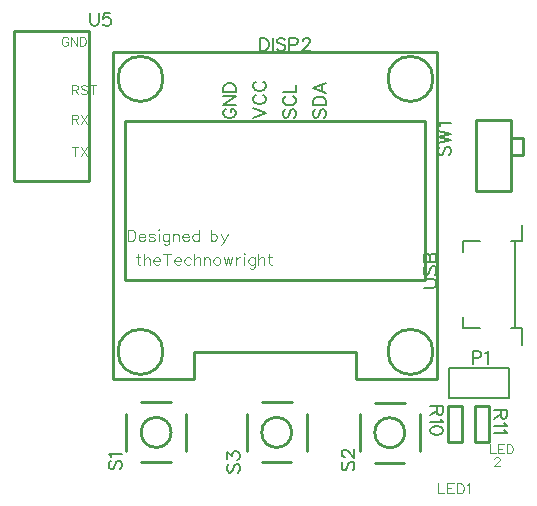
<source format=gto>
G04 ---------------------------- Layer name :TOP SILK LAYER*
G04 EasyEDA v5.8.19, Fri, 19 Oct 2018 05:21:59 GMT*
G04 8bfcd2fe48ed4f748b2211d8b79e97b7*
G04 Gerber Generator version 0.2*
G04 Scale: 100 percent, Rotated: No, Reflected: No *
G04 Dimensions in millimeters *
G04 leading zeros omitted , absolute positions ,3 integer and 3 decimal *
%FSLAX33Y33*%
%MOMM*%
G90*
G71D02*

%ADD10C,0.254000*%
%ADD11C,0.200000*%
%ADD37C,0.203200*%
%ADD38C,0.177800*%
%ADD39C,0.100000*%

%LPD*%
G54D10*
G01X8555Y9739D02*
G01X11069Y9739D01*
G01X12339Y8749D02*
G01X12339Y5650D01*
G01X11044Y4659D02*
G01X8555Y4659D01*
G01X7259Y5650D02*
G01X7259Y8749D01*
G01X28336Y9714D02*
G01X30850Y9714D01*
G01X32120Y8723D02*
G01X32120Y5624D01*
G01X30825Y4634D02*
G01X28336Y4634D01*
G01X27040Y5624D02*
G01X27040Y8723D01*
G01X18757Y9739D02*
G01X21272Y9739D01*
G01X22542Y8748D02*
G01X22542Y5650D01*
G01X21247Y4659D02*
G01X18757Y4659D01*
G01X17462Y5650D02*
G01X17462Y8748D01*
G54D11*
G01X40757Y23419D02*
G01X40757Y24765D01*
G01X40757Y14616D02*
G01X40757Y15994D01*
G01X40173Y16027D02*
G01X40173Y23393D01*
G01X35799Y16960D02*
G01X35799Y16010D01*
G01X35799Y16010D02*
G01X37249Y16010D01*
G01X35799Y22460D02*
G01X35799Y23410D01*
G01X35799Y23410D02*
G01X37249Y23410D01*
G01X39842Y16002D02*
G01X40757Y16002D01*
G01X39842Y23419D02*
G01X40757Y23419D01*
G54D37*
G01X39711Y12668D02*
G01X39711Y10153D01*
G01X34631Y10153D01*
G01X34631Y12668D01*
G01X39711Y12668D01*
G54D10*
G01X36849Y27654D02*
G01X36849Y33649D01*
G01X36849Y33649D02*
G01X39847Y33649D01*
G01X39847Y33649D02*
G01X39847Y32150D01*
G01X39847Y32150D02*
G01X39847Y30651D01*
G01X39847Y30651D02*
G01X39847Y27654D01*
G01X39847Y27654D02*
G01X36849Y27654D01*
G01X39847Y32150D02*
G01X40837Y32150D01*
G01X39847Y30651D02*
G01X40837Y30651D01*
G01X40837Y30651D02*
G01X40837Y32150D01*
G01X1600Y28520D02*
G01X-2209Y28520D01*
G01X-2209Y41220D01*
G01X4140Y41220D01*
G01X4140Y28520D01*
G01X1346Y28520D01*
G01X6185Y39422D02*
G01X33617Y39422D01*
G01X6185Y39422D02*
G01X6185Y11736D01*
G01X6185Y11736D02*
G01X13043Y11736D01*
G01X33617Y39422D02*
G01X33617Y11736D01*
G01X13043Y11736D02*
G01X13043Y14022D01*
G01X26759Y14022D01*
G01X26759Y11736D01*
G01X26759Y11736D02*
G01X33617Y11736D01*
G01X7201Y32818D02*
G01X7201Y33580D01*
G01X32601Y33580D01*
G01X32601Y20118D01*
G01X7201Y20118D01*
G01X7201Y32818D01*
G01X38021Y6418D02*
G01X36772Y6418D01*
G01X38021Y6418D02*
G01X38021Y9468D01*
G01X36772Y9468D02*
G01X38021Y9468D01*
G01X36772Y9468D02*
G01X36772Y6418D01*
G01X35721Y6418D02*
G01X34472Y6418D01*
G01X35721Y6418D02*
G01X35721Y9468D01*
G01X34472Y9468D02*
G01X35721Y9468D01*
G01X34472Y9468D02*
G01X34472Y6418D01*
G54D38*
G01X5954Y4795D02*
G01X5850Y4691D01*
G01X5799Y4536D01*
G01X5799Y4328D01*
G01X5850Y4173D01*
G01X5954Y4069D01*
G01X6059Y4069D01*
G01X6163Y4119D01*
G01X6214Y4173D01*
G01X6267Y4277D01*
G01X6371Y4589D01*
G01X6422Y4691D01*
G01X6473Y4744D01*
G01X6577Y4795D01*
G01X6734Y4795D01*
G01X6838Y4691D01*
G01X6889Y4536D01*
G01X6889Y4328D01*
G01X6838Y4173D01*
G01X6734Y4069D01*
G01X6005Y5138D02*
G01X5954Y5242D01*
G01X5799Y5399D01*
G01X6889Y5399D01*
G01X25654Y4728D02*
G01X25550Y4623D01*
G01X25499Y4469D01*
G01X25499Y4260D01*
G01X25550Y4105D01*
G01X25654Y4001D01*
G01X25759Y4001D01*
G01X25863Y4052D01*
G01X25914Y4105D01*
G01X25967Y4209D01*
G01X26071Y4522D01*
G01X26122Y4623D01*
G01X26173Y4677D01*
G01X26277Y4728D01*
G01X26434Y4728D01*
G01X26538Y4623D01*
G01X26589Y4469D01*
G01X26589Y4260D01*
G01X26538Y4105D01*
G01X26434Y4001D01*
G01X25759Y5124D02*
G01X25705Y5124D01*
G01X25601Y5175D01*
G01X25550Y5228D01*
G01X25499Y5332D01*
G01X25499Y5538D01*
G01X25550Y5642D01*
G01X25601Y5695D01*
G01X25705Y5746D01*
G01X25809Y5746D01*
G01X25914Y5695D01*
G01X26071Y5591D01*
G01X26589Y5071D01*
G01X26589Y5800D01*
G01X15954Y4528D02*
G01X15850Y4423D01*
G01X15799Y4269D01*
G01X15799Y4060D01*
G01X15850Y3905D01*
G01X15954Y3801D01*
G01X16059Y3801D01*
G01X16163Y3852D01*
G01X16214Y3905D01*
G01X16267Y4009D01*
G01X16371Y4322D01*
G01X16422Y4423D01*
G01X16473Y4477D01*
G01X16577Y4528D01*
G01X16734Y4528D01*
G01X16838Y4423D01*
G01X16889Y4269D01*
G01X16889Y4060D01*
G01X16838Y3905D01*
G01X16734Y3801D01*
G01X15799Y4975D02*
G01X15799Y5546D01*
G01X16214Y5236D01*
G01X16214Y5391D01*
G01X16267Y5495D01*
G01X16318Y5546D01*
G01X16473Y5599D01*
G01X16577Y5599D01*
G01X16734Y5546D01*
G01X16838Y5442D01*
G01X16889Y5287D01*
G01X16889Y5132D01*
G01X16838Y4975D01*
G01X16785Y4924D01*
G01X16681Y4871D01*
G01X32438Y19456D02*
G01X33216Y19456D01*
G01X33373Y19507D01*
G01X33477Y19611D01*
G01X33528Y19769D01*
G01X33528Y19873D01*
G01X33477Y20028D01*
G01X33373Y20132D01*
G01X33216Y20183D01*
G01X32438Y20183D01*
G01X32593Y21255D02*
G01X32489Y21151D01*
G01X32438Y20993D01*
G01X32438Y20787D01*
G01X32489Y20630D01*
G01X32593Y20526D01*
G01X32697Y20526D01*
G01X32802Y20579D01*
G01X32852Y20630D01*
G01X32906Y20734D01*
G01X33010Y21046D01*
G01X33061Y21151D01*
G01X33111Y21201D01*
G01X33216Y21255D01*
G01X33373Y21255D01*
G01X33477Y21151D01*
G01X33528Y20993D01*
G01X33528Y20787D01*
G01X33477Y20630D01*
G01X33373Y20526D01*
G01X32438Y21598D02*
G01X33528Y21598D01*
G01X32438Y21598D02*
G01X32438Y22065D01*
G01X32489Y22220D01*
G01X32540Y22273D01*
G01X32644Y22324D01*
G01X32748Y22324D01*
G01X32852Y22273D01*
G01X32906Y22220D01*
G01X32956Y22065D01*
G01X32956Y21598D02*
G01X32956Y22065D01*
G01X33010Y22220D01*
G01X33061Y22273D01*
G01X33165Y22324D01*
G01X33320Y22324D01*
G01X33424Y22273D01*
G01X33477Y22220D01*
G01X33528Y22065D01*
G01X33528Y21598D01*
G01X36599Y14099D02*
G01X36599Y13010D01*
G01X36599Y14099D02*
G01X37067Y14099D01*
G01X37222Y14049D01*
G01X37275Y13998D01*
G01X37326Y13894D01*
G01X37326Y13736D01*
G01X37275Y13632D01*
G01X37222Y13581D01*
G01X37067Y13528D01*
G01X36599Y13528D01*
G01X37669Y13894D02*
G01X37773Y13945D01*
G01X37930Y14099D01*
G01X37930Y13010D01*
G54D39*
G01X33699Y2899D02*
G01X33699Y2041D01*
G01X33699Y2041D02*
G01X34192Y2041D01*
G01X34461Y2899D02*
G01X34461Y2041D01*
G01X34461Y2899D02*
G01X34992Y2899D01*
G01X34461Y2491D02*
G01X34789Y2491D01*
G01X34461Y2041D02*
G01X34992Y2041D01*
G01X35262Y2899D02*
G01X35262Y2041D01*
G01X35262Y2899D02*
G01X35549Y2899D01*
G01X35673Y2859D01*
G01X35754Y2778D01*
G01X35795Y2694D01*
G01X35836Y2572D01*
G01X35836Y2369D01*
G01X35795Y2244D01*
G01X35754Y2163D01*
G01X35673Y2082D01*
G01X35549Y2041D01*
G01X35262Y2041D01*
G01X36105Y2737D02*
G01X36186Y2778D01*
G01X36311Y2899D01*
G01X36311Y2041D01*
G01X38100Y6191D02*
G01X38100Y5426D01*
G01X38100Y5426D02*
G01X38536Y5426D01*
G01X38778Y6191D02*
G01X38778Y5426D01*
G01X38778Y6191D02*
G01X39250Y6191D01*
G01X38778Y5827D02*
G01X39067Y5827D01*
G01X38778Y5426D02*
G01X39250Y5426D01*
G01X39489Y6191D02*
G01X39489Y5426D01*
G01X39489Y6191D02*
G01X39745Y6191D01*
G01X39855Y6152D01*
G01X39926Y6081D01*
G01X39961Y6008D01*
G01X39999Y5898D01*
G01X39999Y5718D01*
G01X39961Y5609D01*
G01X39926Y5535D01*
G01X39855Y5462D01*
G01X39745Y5426D01*
G01X39489Y5426D01*
G54D38*
G01X33817Y31378D02*
G01X33713Y31274D01*
G01X33662Y31119D01*
G01X33662Y30911D01*
G01X33713Y30756D01*
G01X33817Y30651D01*
G01X33921Y30651D01*
G01X34025Y30702D01*
G01X34076Y30756D01*
G01X34129Y30860D01*
G01X34233Y31172D01*
G01X34284Y31274D01*
G01X34335Y31327D01*
G01X34439Y31378D01*
G01X34596Y31378D01*
G01X34701Y31274D01*
G01X34751Y31119D01*
G01X34751Y30911D01*
G01X34701Y30756D01*
G01X34596Y30651D01*
G01X33662Y31721D02*
G01X34751Y31982D01*
G01X33662Y32242D02*
G01X34751Y31982D01*
G01X33662Y32242D02*
G01X34751Y32501D01*
G01X33662Y32760D02*
G01X34751Y32501D01*
G01X33868Y33103D02*
G01X33817Y33207D01*
G01X33662Y33364D01*
G01X34751Y33364D01*
G01X4202Y42698D02*
G01X4202Y41921D01*
G01X4252Y41763D01*
G01X4356Y41659D01*
G01X4514Y41608D01*
G01X4618Y41608D01*
G01X4773Y41659D01*
G01X4877Y41763D01*
G01X4928Y41921D01*
G01X4928Y42698D01*
G01X5896Y42698D02*
G01X5375Y42698D01*
G01X5324Y42231D01*
G01X5375Y42284D01*
G01X5532Y42335D01*
G01X5687Y42335D01*
G01X5842Y42284D01*
G01X5947Y42180D01*
G01X6000Y42025D01*
G01X6000Y41921D01*
G01X5947Y41763D01*
G01X5842Y41659D01*
G01X5687Y41608D01*
G01X5532Y41608D01*
G01X5375Y41659D01*
G01X5324Y41712D01*
G01X5271Y41817D01*
G01X18601Y40598D02*
G01X18601Y39508D01*
G01X18601Y40598D02*
G01X18965Y40598D01*
G01X19122Y40547D01*
G01X19224Y40443D01*
G01X19277Y40339D01*
G01X19328Y40184D01*
G01X19328Y39925D01*
G01X19277Y39767D01*
G01X19224Y39663D01*
G01X19122Y39559D01*
G01X18965Y39508D01*
G01X18601Y39508D01*
G01X19671Y40598D02*
G01X19671Y39508D01*
G01X20743Y40443D02*
G01X20639Y40547D01*
G01X20481Y40598D01*
G01X20275Y40598D01*
G01X20118Y40547D01*
G01X20014Y40443D01*
G01X20014Y40339D01*
G01X20067Y40235D01*
G01X20118Y40184D01*
G01X20222Y40131D01*
G01X20534Y40026D01*
G01X20639Y39976D01*
G01X20689Y39925D01*
G01X20743Y39821D01*
G01X20743Y39663D01*
G01X20639Y39559D01*
G01X20481Y39508D01*
G01X20275Y39508D01*
G01X20118Y39559D01*
G01X20014Y39663D01*
G01X21086Y40598D02*
G01X21086Y39508D01*
G01X21086Y40598D02*
G01X21553Y40598D01*
G01X21708Y40547D01*
G01X21761Y40496D01*
G01X21812Y40392D01*
G01X21812Y40235D01*
G01X21761Y40131D01*
G01X21708Y40080D01*
G01X21553Y40026D01*
G01X21086Y40026D01*
G01X22208Y40339D02*
G01X22208Y40392D01*
G01X22259Y40496D01*
G01X22310Y40547D01*
G01X22414Y40598D01*
G01X22622Y40598D01*
G01X22726Y40547D01*
G01X22780Y40496D01*
G01X22831Y40392D01*
G01X22831Y40288D01*
G01X22780Y40184D01*
G01X22676Y40026D01*
G01X22155Y39508D01*
G01X22881Y39508D01*
G01X15728Y34614D02*
G01X15624Y34560D01*
G01X15520Y34456D01*
G01X15469Y34355D01*
G01X15469Y34146D01*
G01X15520Y34042D01*
G01X15624Y33938D01*
G01X15728Y33885D01*
G01X15883Y33834D01*
G01X16142Y33834D01*
G01X16300Y33885D01*
G01X16404Y33938D01*
G01X16508Y34042D01*
G01X16559Y34146D01*
G01X16559Y34355D01*
G01X16508Y34456D01*
G01X16404Y34560D01*
G01X16300Y34614D01*
G01X16142Y34614D01*
G01X16142Y34355D02*
G01X16142Y34614D01*
G01X15469Y34957D02*
G01X16559Y34957D01*
G01X15469Y34957D02*
G01X16559Y35683D01*
G01X15469Y35683D02*
G01X16559Y35683D01*
G01X15469Y36026D02*
G01X16559Y36026D01*
G01X15469Y36026D02*
G01X15469Y36389D01*
G01X15520Y36547D01*
G01X15624Y36651D01*
G01X15728Y36702D01*
G01X15883Y36755D01*
G01X16142Y36755D01*
G01X16300Y36702D01*
G01X16404Y36651D01*
G01X16508Y36547D01*
G01X16559Y36389D01*
G01X16559Y36026D01*
G01X18009Y33834D02*
G01X19099Y34250D01*
G01X18009Y34664D02*
G01X19099Y34250D01*
G01X18268Y35787D02*
G01X18164Y35736D01*
G01X18060Y35632D01*
G01X18009Y35528D01*
G01X18009Y35320D01*
G01X18060Y35216D01*
G01X18164Y35112D01*
G01X18268Y35061D01*
G01X18423Y35007D01*
G01X18682Y35007D01*
G01X18840Y35061D01*
G01X18944Y35112D01*
G01X19048Y35216D01*
G01X19099Y35320D01*
G01X19099Y35528D01*
G01X19048Y35632D01*
G01X18944Y35736D01*
G01X18840Y35787D01*
G01X18268Y36910D02*
G01X18164Y36857D01*
G01X18060Y36755D01*
G01X18009Y36651D01*
G01X18009Y36442D01*
G01X18060Y36338D01*
G01X18164Y36234D01*
G01X18268Y36183D01*
G01X18423Y36130D01*
G01X18682Y36130D01*
G01X18840Y36183D01*
G01X18944Y36234D01*
G01X19048Y36338D01*
G01X19099Y36442D01*
G01X19099Y36651D01*
G01X19048Y36755D01*
G01X18944Y36857D01*
G01X18840Y36910D01*
G01X20704Y34560D02*
G01X20600Y34456D01*
G01X20549Y34301D01*
G01X20549Y34093D01*
G01X20600Y33938D01*
G01X20704Y33834D01*
G01X20808Y33834D01*
G01X20912Y33885D01*
G01X20963Y33938D01*
G01X21017Y34042D01*
G01X21121Y34355D01*
G01X21171Y34456D01*
G01X21222Y34510D01*
G01X21326Y34560D01*
G01X21484Y34560D01*
G01X21588Y34456D01*
G01X21639Y34301D01*
G01X21639Y34093D01*
G01X21588Y33938D01*
G01X21484Y33834D01*
G01X20808Y35683D02*
G01X20704Y35632D01*
G01X20600Y35528D01*
G01X20549Y35424D01*
G01X20549Y35216D01*
G01X20600Y35112D01*
G01X20704Y35007D01*
G01X20808Y34957D01*
G01X20963Y34903D01*
G01X21222Y34903D01*
G01X21380Y34957D01*
G01X21484Y35007D01*
G01X21588Y35112D01*
G01X21639Y35216D01*
G01X21639Y35424D01*
G01X21588Y35528D01*
G01X21484Y35632D01*
G01X21380Y35683D01*
G01X20549Y36026D02*
G01X21639Y36026D01*
G01X21639Y36026D02*
G01X21639Y36651D01*
G01X23244Y34560D02*
G01X23140Y34456D01*
G01X23089Y34301D01*
G01X23089Y34093D01*
G01X23140Y33938D01*
G01X23244Y33834D01*
G01X23348Y33834D01*
G01X23452Y33885D01*
G01X23503Y33938D01*
G01X23557Y34042D01*
G01X23661Y34355D01*
G01X23711Y34456D01*
G01X23762Y34510D01*
G01X23866Y34560D01*
G01X24024Y34560D01*
G01X24128Y34456D01*
G01X24179Y34301D01*
G01X24179Y34093D01*
G01X24128Y33938D01*
G01X24024Y33834D01*
G01X23089Y34903D02*
G01X24179Y34903D01*
G01X23089Y34903D02*
G01X23089Y35269D01*
G01X23140Y35424D01*
G01X23244Y35528D01*
G01X23348Y35579D01*
G01X23503Y35632D01*
G01X23762Y35632D01*
G01X23920Y35579D01*
G01X24024Y35528D01*
G01X24128Y35424D01*
G01X24179Y35269D01*
G01X24179Y34903D01*
G01X23089Y36389D02*
G01X24179Y35975D01*
G01X23089Y36389D02*
G01X24179Y36806D01*
G01X23816Y36130D02*
G01X23816Y36651D01*
G01X39489Y9099D02*
G01X38399Y9099D01*
G01X39489Y9099D02*
G01X39489Y8632D01*
G01X39438Y8477D01*
G01X39385Y8426D01*
G01X39283Y8373D01*
G01X39179Y8373D01*
G01X39075Y8426D01*
G01X39022Y8477D01*
G01X38971Y8632D01*
G01X38971Y9099D01*
G01X38971Y8736D02*
G01X38399Y8373D01*
G01X39283Y8030D02*
G01X39334Y7926D01*
G01X39489Y7771D01*
G01X38399Y7771D01*
G01X39283Y7428D02*
G01X39334Y7324D01*
G01X39489Y7169D01*
G01X38399Y7169D01*
G01X34089Y9399D02*
G01X32999Y9399D01*
G01X34089Y9399D02*
G01X34089Y8932D01*
G01X34038Y8777D01*
G01X33985Y8724D01*
G01X33883Y8673D01*
G01X33779Y8673D01*
G01X33675Y8724D01*
G01X33622Y8777D01*
G01X33571Y8932D01*
G01X33571Y9399D01*
G01X33571Y9036D02*
G01X32999Y8673D01*
G01X33883Y8330D02*
G01X33934Y8226D01*
G01X34089Y8068D01*
G01X32999Y8068D01*
G01X34089Y7416D02*
G01X34038Y7571D01*
G01X33883Y7675D01*
G01X33622Y7726D01*
G01X33467Y7726D01*
G01X33208Y7675D01*
G01X33050Y7571D01*
G01X32999Y7416D01*
G01X32999Y7312D01*
G01X33050Y7154D01*
G01X33208Y7050D01*
G01X33467Y6999D01*
G01X33622Y6999D01*
G01X33883Y7050D01*
G01X34038Y7154D01*
G01X34089Y7312D01*
G01X34089Y7416D01*
G54D39*
G01X7399Y24354D02*
G01X7399Y23399D01*
G01X7399Y24354D02*
G01X7720Y24354D01*
G01X7854Y24308D01*
G01X7946Y24217D01*
G01X7991Y24125D01*
G01X8037Y23991D01*
G01X8037Y23762D01*
G01X7991Y23627D01*
G01X7946Y23536D01*
G01X7854Y23444D01*
G01X7720Y23399D01*
G01X7399Y23399D01*
G01X8337Y23762D02*
G01X8883Y23762D01*
G01X8883Y23853D01*
G01X8837Y23945D01*
G01X8791Y23991D01*
G01X8700Y24036D01*
G01X8563Y24036D01*
G01X8474Y23991D01*
G01X8382Y23899D01*
G01X8337Y23762D01*
G01X8337Y23670D01*
G01X8382Y23536D01*
G01X8474Y23444D01*
G01X8563Y23399D01*
G01X8700Y23399D01*
G01X8791Y23444D01*
G01X8883Y23536D01*
G01X9683Y23899D02*
G01X9637Y23991D01*
G01X9500Y24036D01*
G01X9363Y24036D01*
G01X9228Y23991D01*
G01X9183Y23899D01*
G01X9228Y23808D01*
G01X9317Y23762D01*
G01X9546Y23716D01*
G01X9637Y23670D01*
G01X9683Y23582D01*
G01X9683Y23536D01*
G01X9637Y23444D01*
G01X9500Y23399D01*
G01X9363Y23399D01*
G01X9228Y23444D01*
G01X9183Y23536D01*
G01X9983Y24354D02*
G01X10028Y24308D01*
G01X10074Y24354D01*
G01X10028Y24399D01*
G01X9983Y24354D01*
G01X10028Y24036D02*
G01X10028Y23399D01*
G01X10917Y24036D02*
G01X10917Y23307D01*
G01X10872Y23173D01*
G01X10828Y23127D01*
G01X10737Y23081D01*
G01X10600Y23081D01*
G01X10508Y23127D01*
G01X10917Y23899D02*
G01X10828Y23991D01*
G01X10737Y24036D01*
G01X10600Y24036D01*
G01X10508Y23991D01*
G01X10420Y23899D01*
G01X10374Y23762D01*
G01X10374Y23670D01*
G01X10420Y23536D01*
G01X10508Y23444D01*
G01X10600Y23399D01*
G01X10737Y23399D01*
G01X10828Y23444D01*
G01X10917Y23536D01*
G01X11217Y24036D02*
G01X11217Y23399D01*
G01X11217Y23853D02*
G01X11354Y23991D01*
G01X11446Y24036D01*
G01X11583Y24036D01*
G01X11672Y23991D01*
G01X11717Y23853D01*
G01X11717Y23399D01*
G01X12017Y23762D02*
G01X12563Y23762D01*
G01X12563Y23853D01*
G01X12518Y23945D01*
G01X12472Y23991D01*
G01X12383Y24036D01*
G01X12246Y24036D01*
G01X12154Y23991D01*
G01X12063Y23899D01*
G01X12017Y23762D01*
G01X12017Y23670D01*
G01X12063Y23536D01*
G01X12154Y23444D01*
G01X12246Y23399D01*
G01X12383Y23399D01*
G01X12472Y23444D01*
G01X12563Y23536D01*
G01X13409Y24354D02*
G01X13409Y23399D01*
G01X13409Y23899D02*
G01X13318Y23991D01*
G01X13226Y24036D01*
G01X13092Y24036D01*
G01X13000Y23991D01*
G01X12909Y23899D01*
G01X12863Y23762D01*
G01X12863Y23670D01*
G01X12909Y23536D01*
G01X13000Y23444D01*
G01X13092Y23399D01*
G01X13226Y23399D01*
G01X13318Y23444D01*
G01X13409Y23536D01*
G01X14410Y24354D02*
G01X14410Y23399D01*
G01X14410Y23899D02*
G01X14501Y23991D01*
G01X14590Y24036D01*
G01X14727Y24036D01*
G01X14819Y23991D01*
G01X14910Y23899D01*
G01X14956Y23762D01*
G01X14956Y23670D01*
G01X14910Y23536D01*
G01X14819Y23444D01*
G01X14727Y23399D01*
G01X14590Y23399D01*
G01X14501Y23444D01*
G01X14410Y23536D01*
G01X15301Y24036D02*
G01X15573Y23399D01*
G01X15845Y24036D02*
G01X15573Y23399D01*
G01X15482Y23216D01*
G01X15390Y23127D01*
G01X15301Y23081D01*
G01X15256Y23081D01*
G01X8238Y22337D02*
G01X8238Y21565D01*
G01X8281Y21428D01*
G01X8372Y21382D01*
G01X8464Y21382D01*
G01X8101Y22019D02*
G01X8418Y22019D01*
G01X8763Y22337D02*
G01X8763Y21382D01*
G01X8763Y21837D02*
G01X8901Y21974D01*
G01X8992Y22019D01*
G01X9127Y22019D01*
G01X9218Y21974D01*
G01X9264Y21837D01*
G01X9264Y21382D01*
G01X9564Y21745D02*
G01X10110Y21745D01*
G01X10110Y21837D01*
G01X10064Y21928D01*
G01X10018Y21974D01*
G01X9927Y22019D01*
G01X9792Y22019D01*
G01X9701Y21974D01*
G01X9609Y21882D01*
G01X9564Y21745D01*
G01X9564Y21656D01*
G01X9609Y21519D01*
G01X9701Y21428D01*
G01X9792Y21382D01*
G01X9927Y21382D01*
G01X10018Y21428D01*
G01X10110Y21519D01*
G01X10727Y22337D02*
G01X10727Y21382D01*
G01X10409Y22337D02*
G01X11044Y22337D01*
G01X11347Y21745D02*
G01X11890Y21745D01*
G01X11890Y21837D01*
G01X11844Y21928D01*
G01X11801Y21974D01*
G01X11710Y22019D01*
G01X11573Y22019D01*
G01X11481Y21974D01*
G01X11392Y21882D01*
G01X11347Y21745D01*
G01X11347Y21656D01*
G01X11392Y21519D01*
G01X11481Y21428D01*
G01X11573Y21382D01*
G01X11710Y21382D01*
G01X11801Y21428D01*
G01X11890Y21519D01*
G01X12736Y21882D02*
G01X12645Y21974D01*
G01X12556Y22019D01*
G01X12419Y22019D01*
G01X12327Y21974D01*
G01X12236Y21882D01*
G01X12190Y21745D01*
G01X12190Y21656D01*
G01X12236Y21519D01*
G01X12327Y21428D01*
G01X12419Y21382D01*
G01X12556Y21382D01*
G01X12645Y21428D01*
G01X12736Y21519D01*
G01X13036Y22337D02*
G01X13036Y21382D01*
G01X13036Y21837D02*
G01X13173Y21974D01*
G01X13264Y22019D01*
G01X13399Y22019D01*
G01X13490Y21974D01*
G01X13536Y21837D01*
G01X13536Y21382D01*
G01X13836Y22019D02*
G01X13836Y21382D01*
G01X13836Y21837D02*
G01X13973Y21974D01*
G01X14064Y22019D01*
G01X14199Y22019D01*
G01X14291Y21974D01*
G01X14336Y21837D01*
G01X14336Y21382D01*
G01X14865Y22019D02*
G01X14773Y21974D01*
G01X14682Y21882D01*
G01X14636Y21745D01*
G01X14636Y21656D01*
G01X14682Y21519D01*
G01X14773Y21428D01*
G01X14865Y21382D01*
G01X14999Y21382D01*
G01X15091Y21428D01*
G01X15182Y21519D01*
G01X15228Y21656D01*
G01X15228Y21745D01*
G01X15182Y21882D01*
G01X15091Y21974D01*
G01X14999Y22019D01*
G01X14865Y22019D01*
G01X15527Y22019D02*
G01X15710Y21382D01*
G01X15891Y22019D02*
G01X15710Y21382D01*
G01X15891Y22019D02*
G01X16074Y21382D01*
G01X16254Y22019D02*
G01X16074Y21382D01*
G01X16554Y22019D02*
G01X16554Y21382D01*
G01X16554Y21745D02*
G01X16599Y21882D01*
G01X16691Y21974D01*
G01X16782Y22019D01*
G01X16919Y22019D01*
G01X17219Y22337D02*
G01X17265Y22291D01*
G01X17308Y22337D01*
G01X17265Y22383D01*
G01X17219Y22337D01*
G01X17265Y22019D02*
G01X17265Y21382D01*
G01X18154Y22019D02*
G01X18154Y21293D01*
G01X18108Y21156D01*
G01X18065Y21110D01*
G01X17974Y21064D01*
G01X17836Y21064D01*
G01X17745Y21110D01*
G01X18154Y21882D02*
G01X18065Y21974D01*
G01X17974Y22019D01*
G01X17836Y22019D01*
G01X17745Y21974D01*
G01X17653Y21882D01*
G01X17610Y21745D01*
G01X17610Y21656D01*
G01X17653Y21519D01*
G01X17745Y21428D01*
G01X17836Y21382D01*
G01X17974Y21382D01*
G01X18065Y21428D01*
G01X18154Y21519D01*
G01X18454Y22337D02*
G01X18454Y21382D01*
G01X18454Y21837D02*
G01X18591Y21974D01*
G01X18682Y22019D01*
G01X18819Y22019D01*
G01X18908Y21974D01*
G01X18954Y21837D01*
G01X18954Y21382D01*
G01X19391Y22337D02*
G01X19391Y21565D01*
G01X19437Y21428D01*
G01X19528Y21382D01*
G01X19619Y21382D01*
G01X19254Y22019D02*
G01X19574Y22019D01*
G01X38435Y4919D02*
G01X38435Y4955D01*
G01X38471Y5026D01*
G01X38509Y5064D01*
G01X38580Y5100D01*
G01X38725Y5100D01*
G01X38798Y5064D01*
G01X38834Y5026D01*
G01X38872Y4955D01*
G01X38872Y4881D01*
G01X38834Y4810D01*
G01X38763Y4701D01*
G01X38399Y4335D01*
G01X38907Y4335D01*
G01X2346Y40519D02*
G01X2310Y40590D01*
G01X2236Y40664D01*
G01X2165Y40699D01*
G01X2018Y40699D01*
G01X1947Y40664D01*
G01X1873Y40590D01*
G01X1838Y40519D01*
G01X1800Y40410D01*
G01X1800Y40227D01*
G01X1838Y40118D01*
G01X1873Y40044D01*
G01X1947Y39973D01*
G01X2018Y39935D01*
G01X2165Y39935D01*
G01X2236Y39973D01*
G01X2310Y40044D01*
G01X2346Y40118D01*
G01X2346Y40227D01*
G01X2165Y40227D02*
G01X2346Y40227D01*
G01X2587Y40699D02*
G01X2587Y39935D01*
G01X2587Y40699D02*
G01X3095Y39935D01*
G01X3095Y40699D02*
G01X3095Y39935D01*
G01X3336Y40699D02*
G01X3336Y39935D01*
G01X3336Y40699D02*
G01X3590Y40699D01*
G01X3699Y40664D01*
G01X3771Y40590D01*
G01X3809Y40519D01*
G01X3844Y40410D01*
G01X3844Y40227D01*
G01X3809Y40118D01*
G01X3771Y40044D01*
G01X3699Y39973D01*
G01X3590Y39935D01*
G01X3336Y39935D01*
G01X2700Y36599D02*
G01X2700Y35835D01*
G01X2700Y36599D02*
G01X3027Y36599D01*
G01X3136Y36561D01*
G01X3172Y36526D01*
G01X3210Y36452D01*
G01X3210Y36381D01*
G01X3172Y36307D01*
G01X3136Y36272D01*
G01X3027Y36234D01*
G01X2700Y36234D01*
G01X2954Y36234D02*
G01X3210Y35835D01*
G01X3957Y36490D02*
G01X3886Y36561D01*
G01X3776Y36599D01*
G01X3632Y36599D01*
G01X3522Y36561D01*
G01X3449Y36490D01*
G01X3449Y36417D01*
G01X3484Y36343D01*
G01X3522Y36307D01*
G01X3594Y36272D01*
G01X3812Y36198D01*
G01X3886Y36163D01*
G01X3921Y36127D01*
G01X3957Y36053D01*
G01X3957Y35944D01*
G01X3886Y35870D01*
G01X3776Y35835D01*
G01X3632Y35835D01*
G01X3522Y35870D01*
G01X3449Y35944D01*
G01X4452Y36599D02*
G01X4452Y35835D01*
G01X4198Y36599D02*
G01X4706Y36599D01*
G01X2699Y34099D02*
G01X2699Y33335D01*
G01X2699Y34099D02*
G01X3025Y34099D01*
G01X3134Y34061D01*
G01X3172Y34026D01*
G01X3207Y33952D01*
G01X3207Y33881D01*
G01X3172Y33807D01*
G01X3134Y33772D01*
G01X3025Y33734D01*
G01X2699Y33734D01*
G01X2953Y33734D02*
G01X3207Y33335D01*
G01X3449Y34099D02*
G01X3957Y33335D01*
G01X3957Y34099D02*
G01X3449Y33335D01*
G01X2953Y31399D02*
G01X2953Y30637D01*
G01X2699Y31399D02*
G01X3210Y31399D01*
G01X3449Y31399D02*
G01X3959Y30637D01*
G01X3959Y31399D02*
G01X3449Y30637D01*
G54D10*
G75*
G01X11070Y7200D02*
G03X11070Y7200I-1270J0D01*
G01*
G75*
G01X30850Y7175D02*
G03X30850Y7175I-1270J0D01*
G01*
G75*
G01X21272Y7198D02*
G03X21272Y7198I-1270J0D01*
G01*
G75*
G01X33237Y37136D02*
G03X33237Y37136I-1905J0D01*
G01*
G75*
G01X10377Y37136D02*
G03X10377Y37136I-1905J0D01*
G01*
G75*
G01X10377Y14022D02*
G03X10377Y14022I-1905J0D01*
G01*
G75*
G01X33237Y14022D02*
G03X33237Y14022I-1905J0D01*
G01*
M00*
M02*

</source>
